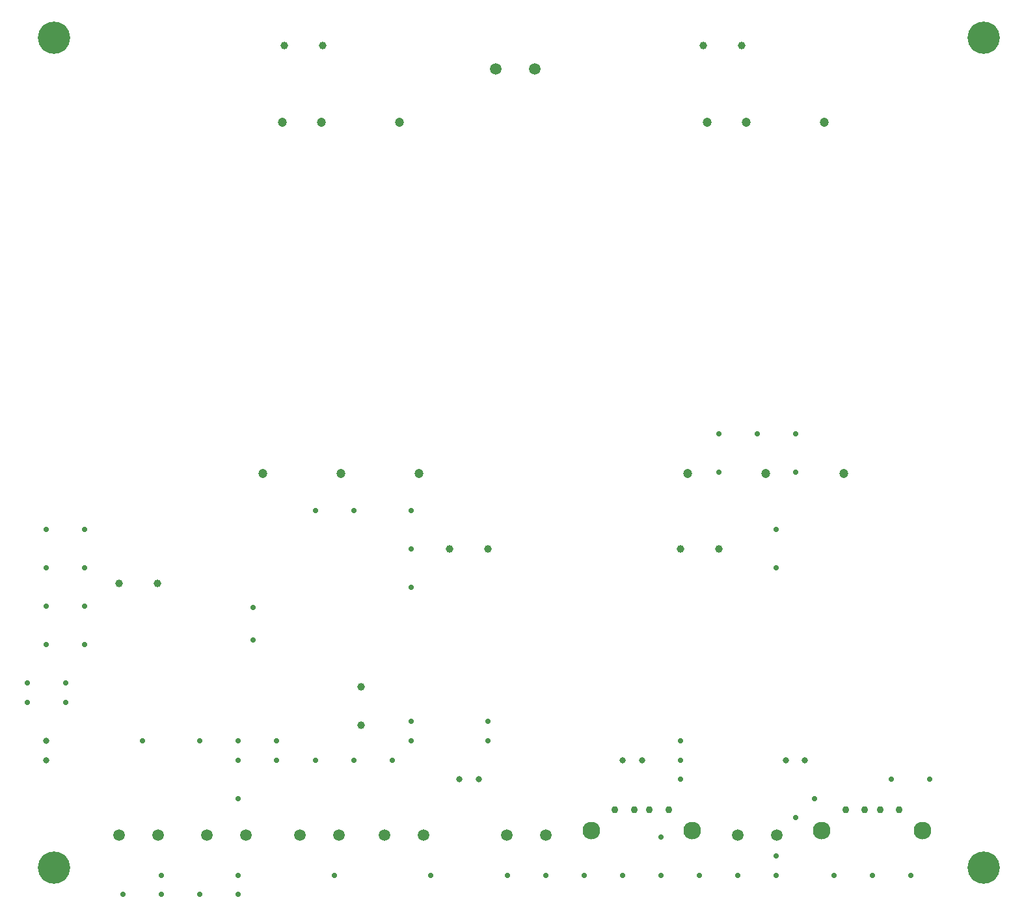
<source format=gbr>
%TF.GenerationSoftware,Altium Limited,Altium Designer,22.4.2 (48)*%
G04 Layer_Color=0*
%FSLAX45Y45*%
%MOMM*%
%TF.SameCoordinates,33709DFB-A149-439E-BA6C-A4EA3245395A*%
%TF.FilePolarity,Positive*%
%TF.FileFunction,Plated,1,2,PTH,Drill*%
%TF.Part,Single*%
G01*
G75*
%TA.AperFunction,ComponentDrill*%
%ADD52C,0.80000*%
%ADD53C,1.50000*%
%ADD54C,1.00000*%
%ADD55C,2.30000*%
%ADD56C,0.92000*%
%TA.AperFunction,OtherDrill,Pad Free-2 (6mm,6mm)*%
%ADD57C,4.20000*%
%TA.AperFunction,ComponentDrill*%
%ADD58C,0.80000*%
%ADD59C,1.00000*%
%ADD60C,1.20000*%
%TA.AperFunction,OtherDrill,Pad Free-2 (6mm,114mm)*%
%ADD61C,4.20000*%
%TA.AperFunction,OtherDrill,Pad Free-2 (127mm,6mm)*%
%ADD62C,4.20000*%
%TA.AperFunction,OtherDrill,Pad Free-2 (127mm,114mm)*%
%ADD63C,4.20000*%
%TA.AperFunction,ViaDrill,NotFilled*%
%ADD64C,0.70000*%
D52*
X10125000Y2000000D02*
D03*
X10375000D02*
D03*
X8000000D02*
D03*
X8250000D02*
D03*
X6125000Y1750000D02*
D03*
X5875000D02*
D03*
D53*
X10008000Y1021000D02*
D03*
X9500000D02*
D03*
X5408000D02*
D03*
X4900000D02*
D03*
X4308000D02*
D03*
X3800000D02*
D03*
X3100000D02*
D03*
X2592000D02*
D03*
X1954000D02*
D03*
X1446000D02*
D03*
X7004000D02*
D03*
X6496000D02*
D03*
X6346000Y11000000D02*
D03*
X6854000D02*
D03*
D54*
X6250000Y4750000D02*
D03*
X5750000D02*
D03*
X8750000D02*
D03*
X9250000D02*
D03*
X4100000Y11300000D02*
D03*
X3600000D02*
D03*
X9550000D02*
D03*
X9050000D02*
D03*
X1950000Y4300000D02*
D03*
X1450000D02*
D03*
D55*
X10593000Y1078000D02*
D03*
X11907000D02*
D03*
X7593000D02*
D03*
X8907000D02*
D03*
D56*
X10900000Y1349000D02*
D03*
X11150000D02*
D03*
X11350000D02*
D03*
X11600000D02*
D03*
X7900000D02*
D03*
X8150000D02*
D03*
X8350000D02*
D03*
X8600000D02*
D03*
D57*
X600000Y600000D02*
D03*
D58*
X500000Y2000000D02*
D03*
Y2250000D02*
D03*
D59*
X4600000Y2950000D02*
D03*
Y2450000D02*
D03*
D60*
X10878000Y5728000D02*
D03*
X9862000D02*
D03*
X8846000D02*
D03*
X10624000Y10300000D02*
D03*
X9608000D02*
D03*
X9100000D02*
D03*
X3576000D02*
D03*
X4084000D02*
D03*
X5100000D02*
D03*
X3322000Y5728000D02*
D03*
X4338000D02*
D03*
X5354000D02*
D03*
D61*
X600000Y11400000D02*
D03*
D62*
X12700000Y600000D02*
D03*
D63*
Y11400000D02*
D03*
D64*
X3192596Y3986251D02*
D03*
X3188476Y3560543D02*
D03*
X5000000Y2000000D02*
D03*
X4500000D02*
D03*
X4000000D02*
D03*
X7500000Y500000D02*
D03*
X8000000D02*
D03*
X5500000D02*
D03*
X500000Y5000000D02*
D03*
X1000000D02*
D03*
Y3500000D02*
D03*
Y4000000D02*
D03*
Y4500000D02*
D03*
X4500000Y5250000D02*
D03*
X4000000D02*
D03*
X1750000Y2250000D02*
D03*
X2500000D02*
D03*
X750000Y2750000D02*
D03*
X250000D02*
D03*
X2500000Y250000D02*
D03*
X3000000D02*
D03*
X1500000D02*
D03*
X2000000D02*
D03*
Y500000D02*
D03*
X4250000D02*
D03*
X3000000D02*
D03*
Y1500000D02*
D03*
Y2000000D02*
D03*
X3500000D02*
D03*
Y2250000D02*
D03*
X3000000D02*
D03*
X9250000Y6250000D02*
D03*
Y5750000D02*
D03*
X10250000D02*
D03*
Y6250000D02*
D03*
X9750000D02*
D03*
X5250000Y2500000D02*
D03*
X7000000Y500000D02*
D03*
X10000000Y5000000D02*
D03*
X500000Y3500000D02*
D03*
X10000000Y4500000D02*
D03*
X500000Y4000000D02*
D03*
X12000000Y1750000D02*
D03*
X11500000D02*
D03*
X250000Y3000000D02*
D03*
X8750000Y2250000D02*
D03*
X750000Y3000000D02*
D03*
X9500000Y500000D02*
D03*
X8750000Y2000000D02*
D03*
X5250000Y4750000D02*
D03*
X10000000Y750000D02*
D03*
X6250000Y2500000D02*
D03*
Y2250000D02*
D03*
X10000000Y500000D02*
D03*
X5250000Y2250000D02*
D03*
Y4250000D02*
D03*
Y5250000D02*
D03*
X11250000Y500000D02*
D03*
X8500000Y1000000D02*
D03*
X10250000Y1250000D02*
D03*
X10500000Y1500000D02*
D03*
X8500000Y500000D02*
D03*
X8750000Y1750000D02*
D03*
X6500000Y500000D02*
D03*
X10750000D02*
D03*
X9000000D02*
D03*
X11750000D02*
D03*
X500000Y4500000D02*
D03*
%TF.MD5,1a6f7ac0e0a7a7877eb2ff42475a393d*%
M02*

</source>
